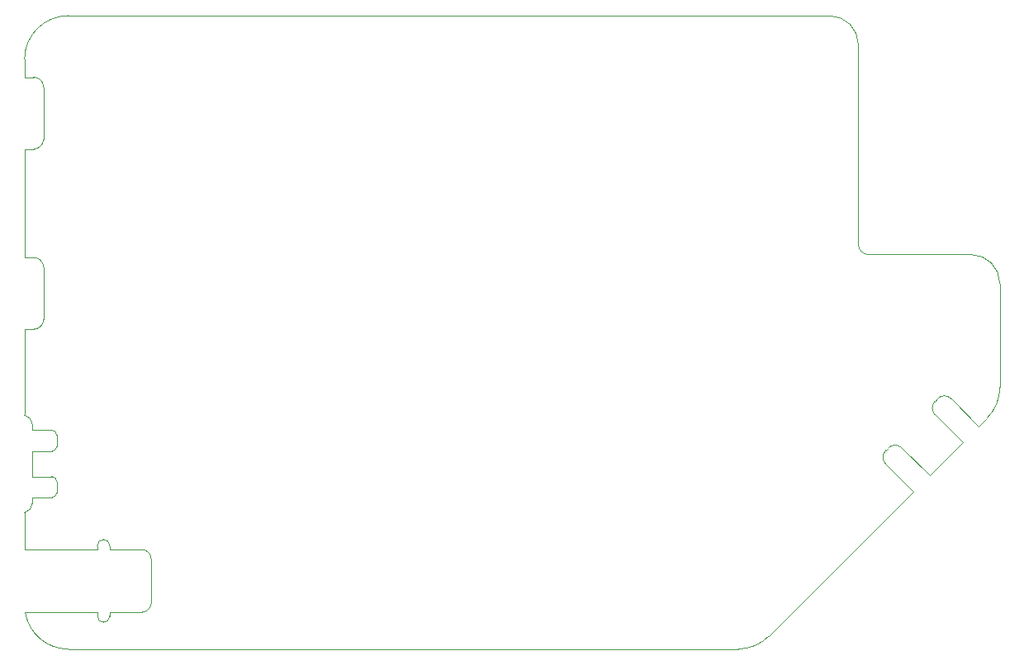
<source format=gbr>
*
*
G04 PADS 9.5 Build Number: 522968 generated Gerber (RS-274-X) file*
G04 PC Version=2.1*
*
%IN "PSDR.pcb"*%
*
%MOIN*%
*
%FSLAX35Y35*%
*
*
*
*
G04 PC Standard Apertures*
*
*
G04 Thermal Relief Aperture macro.*
%AMTER*
1,1,$1,0,0*
1,0,$1-$2,0,0*
21,0,$3,$4,0,0,45*
21,0,$3,$4,0,0,135*
%
*
*
G04 Annular Aperture macro.*
%AMANN*
1,1,$1,0,0*
1,0,$2,0,0*
%
*
*
G04 Odd Aperture macro.*
%AMODD*
1,1,$1,0,0*
1,0,$1-0.005,0,0*
%
*
*
G04 PC Custom Aperture Macros*
*
*
*
*
*
*
G04 PC Aperture Table*
*
%ADD010C,0.001*%
*
*
*
*
G04 PC Circuitry*
G04 Layer Name PSDR.pcb - circuitry*
%LPD*%
*
*
G04 PC Custom Flashes*
G04 Layer Name PSDR.pcb - flashes*
%LPD*%
*
*
G04 PC Circuitry*
G04 Layer Name PSDR.pcb - circuitry*
%LPD*%
*
G54D10*
G01X100000Y331000D02*
Y338300D01*
X117597Y355900D02*
G75*
G03X100000Y338303I124J-17721D01*
G01X117600Y355900D02*
X424800D01*
X436600Y344105D02*
G03X424805Y355900I-11754J41D01*
G01X436600Y344100D02*
Y263400D01*
Y263401D02*
G03X440601Y259400I4044J43D01*
G01X440600D02*
X481900D01*
X493700Y247601D02*
G03X481901Y259400I-11717J82D01*
G01X493700Y247600D02*
Y205800D01*
X488497Y193297D02*
G03X493700Y205796I-12265J12438D01*
G01X488500Y193300D02*
X485200Y190000D01*
X474100Y201100*
X474098Y201102D02*
G03X468497Y201097I-2798J-2664D01*
G01X468500Y201100D02*
X467400Y200000D01*
G03Y194800I2950J-2600*
G01X478700Y183500*
X465300Y170100*
X454100Y181300*
X454101Y181299D02*
G03X448699I-2701J-2758D01*
G01X448700Y181300D02*
X447700Y180300D01*
G03Y174700I2723J-2800*
G01X458800Y163600*
X400400Y105200*
X388095Y100000D02*
G03X400396Y105196I-91J17375D01*
G01X388100Y100000D02*
X117800D01*
X100301Y114896D02*
G03X117804Y100000I17349J2655D01*
G01X100300Y114900D02*
X129400D01*
Y113300*
Y113301D02*
G03X134400I2500J26D01*
G01Y113300D02*
Y114900D01*
X147300*
X147299D02*
G03X151200Y118801I14J3887D01*
G01Y118800D02*
Y136200D01*
Y136198D02*
G03X147205Y140200I-3926J76D01*
G01X147200D02*
X134400D01*
Y141700*
G03X129400I-2500J70*
G01Y140200*
X100000*
Y155100*
X100003Y155101D02*
G03X103200Y159000I-822J3934D01*
G01Y161200*
X111000*
X111001D02*
G03X113000Y163202I35J1964D01*
G01Y163200D02*
Y167700D01*
Y167701D02*
G03X110998Y169700I-1964J35D01*
G01X111000D02*
X103200D01*
Y179900*
X111000*
X111001D02*
G03X113000Y181902I14J1985D01*
G01Y181900D02*
Y186400D01*
Y186401D02*
G03X110998Y188400I-1964J35D01*
G01X111000D02*
X103200D01*
Y190700*
Y190701D02*
G03X100001Y194500I-4022J-140D01*
G01X100000D02*
Y229200D01*
X103700*
X103703D02*
G03X107700Y233204I-28J4025D01*
G01Y233200D02*
Y254200D01*
Y254197D02*
G03X103704Y258200I-4010J-7D01*
G01X103700D02*
X100000D01*
Y302000*
X103800*
X103798D02*
G03X107700Y305895I-156J4058D01*
G01Y305900D02*
Y327000D01*
Y327001D02*
G03X103701Y331000I-3944J55D01*
G01X103700D02*
X100000D01*
G74*
X0Y0D02*
M02*

</source>
